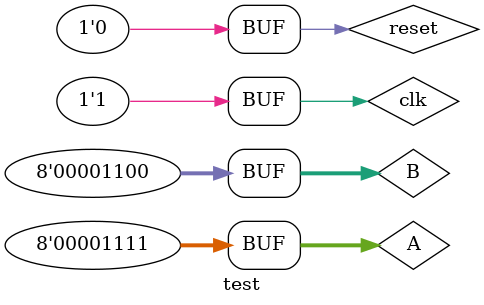
<source format=sv>
module test ;
  reg [7:0] A;
  reg [7:0] B;
  reg clk;
  reg reset;
  wire [7:0] A1;
  wire [7:0] B1;
  
  comparator_swapper_neg cswap1(A,B,A1,B1,clk,reset);
          
  initial begin
    // Dump waves
    $dumpfile("dump.vcd");
    $dumpvars(1);
    A<=8'd9;
    B<=8'd12;
    clk<=1'b0;
    reset<=1'b1;
    #1;
    reset<=1'b0;
    #1;
    clk<=1'b1;
    #1;
    clk<=1'b0;
    #1;
    clk<=1'b1;
    #1;
    A<=8'd15;
    clk<=1'b0;
    #1;
    clk<=1'b1;
    #1;
    
  end
endmodule
</source>
